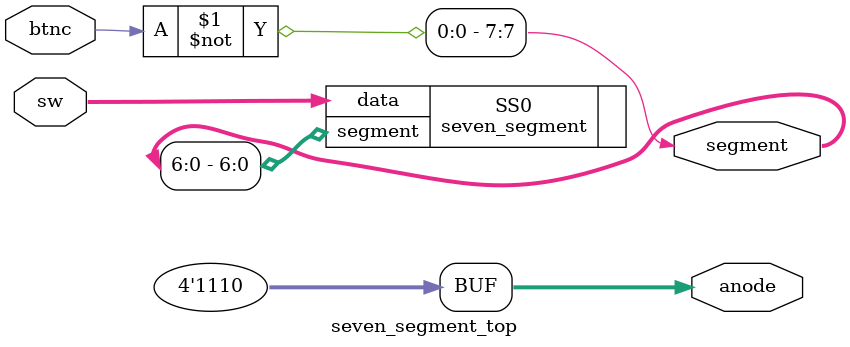
<source format=sv>
`timescale 1ns / 1ps
`default_nettype none
/***************************************************************************
*
* Module: Seven Segment Top
*
* Author: Nathan Bennion
* Class: ECEN 220, Section 1, Winter 2022
* Date: 2.11.22
*
* Description: Top level instancing of seven segment control.
*
*
****************************************************************************/



module seven_segment_top(
            input wire logic [3:0] sw,
            input wire logic btnc,
            output logic [7:0] segment,
            output logic [3:0] anode
            );
    
    //logic [3:0] data;
    seven_segment SS0(.data(sw), .segment(segment[6:0]));
    not(segment[7], btnc);
    assign anode = 4'b1110;
    
    
endmodule

</source>
